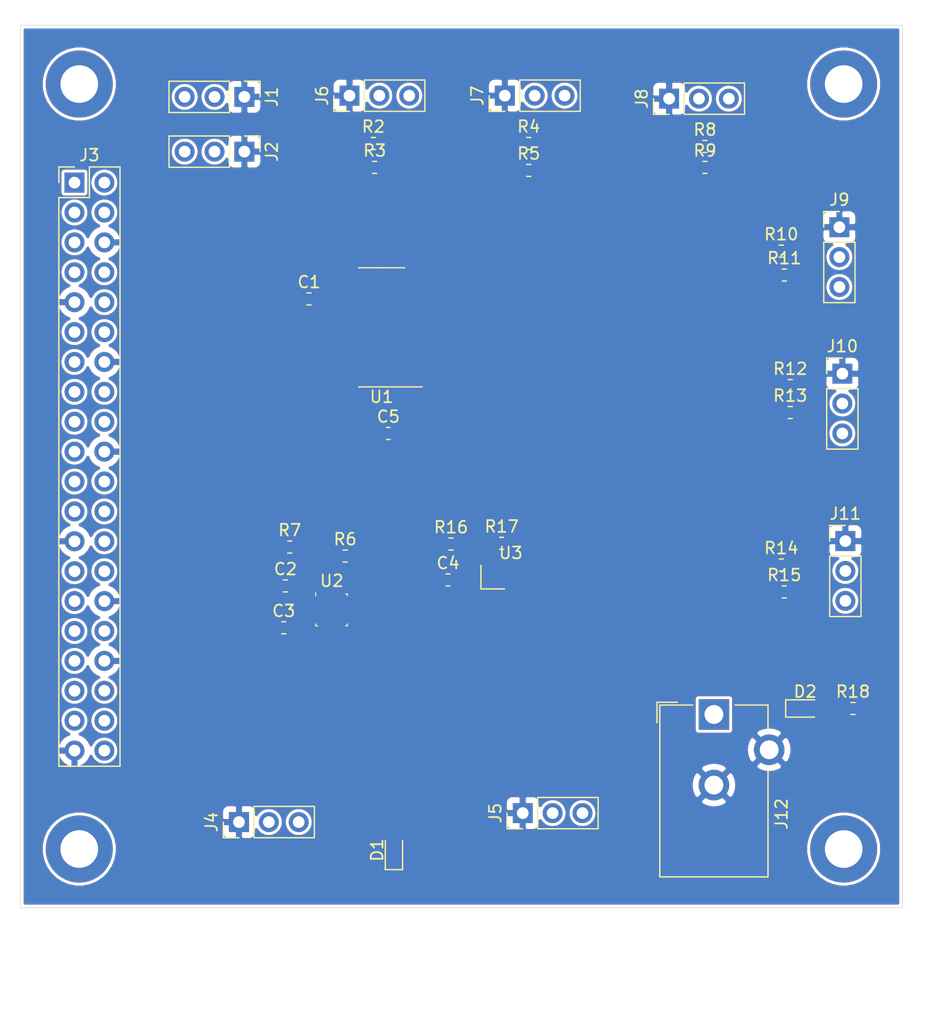
<source format=kicad_pcb>
(kicad_pcb (version 20171130) (host pcbnew 5.1.9-73d0e3b20d~88~ubuntu20.04.1)
  (layers (0 F.Cu signal) (31 B.Cu signal) (34 B.Paste user) (35 F.Paste user) (36 B.SilkS user) (37 F.SilkS user) (38 B.Mask user) (39 F.Mask user) (44 Edge.Cuts user))
  (net 0 "")
  (net 1 GND)
  (net 2 +3V3)
  (net 3 "Net-(D2-Pad2)")
  (net 4 +5V)
  (net 5 A6)
  (net 6 A7)
  (net 7 +5VA)
  (net 8 GPIO_2-SDA)
  (net 9 GPIO_3-SCL)
  (net 10 GPIO_10-MOSI)
  (net 11 GPIO_9-MISO)
  (net 12 GPIO_8-CE0)
  (net 13 D12)
  (net 14 D13)
  (net 15 GPIO_21)
  (net 16 "Net-(J6-Pad3)")
  (net 17 "Net-(J7-Pad3)")
  (net 18 "Net-(J8-Pad3)")
  (net 19 "Net-(J9-Pad3)")
  (net 20 "Net-(J10-Pad3)")
  (net 21 "Net-(J11-Pad3)")
  (net 22 A0)
  (net 23 A1)
  (net 24 A2)
  (net 25 A3)
  (net 26 A4)
  (net 27 A5)
  (net 28 GPIO_11-SCLK)
  (module Capacitor_SMD:C_0603_1608Metric_Pad1.05x0.95mm_HandSolder (layer F.Cu) (at 74.535 48.26)
    (fp_text reference C1 (at 0 -1.43) (layer F.SilkS))
    (fp_text value "1 uF")
    (fp_line (start -0.171267 0.51) (end 0.171267 0.51) (layer F.SilkS) (width 0.12))
    (fp_line (start -0.171267 -0.51) (end 0.171267 -0.51) (layer F.SilkS) (width 0.12))
    (pad 1 smd roundrect (at -0.875 0) (size 1.05 0.95) (layers F.Cu F.Paste F.Mask) (net 1 GND))
    (pad 2 smd roundrect (at 0.875 0) (size 1.05 0.95) (layers F.Cu F.Paste F.Mask) (net 2 +3V3))
  )
  (module Capacitor_SMD:C_0603_1608Metric_Pad1.05x0.95mm_HandSolder (layer F.Cu) (at 72.531 72.644)
    (fp_text reference C2 (at 0 -1.43) (layer F.SilkS))
    (fp_text value "0.1 uF")
    (fp_line (start -0.171267 -0.51) (end 0.171267 -0.51) (layer F.SilkS) (width 0.12))
    (fp_line (start -0.171267 0.51) (end 0.171267 0.51) (layer F.SilkS) (width 0.12))
    (pad 2 smd roundrect (at 0.875 0) (size 1.05 0.95) (layers F.Cu F.Paste F.Mask) (net 1 GND))
    (pad 1 smd roundrect (at -0.875 0) (size 1.05 0.95) (layers F.Cu F.Paste F.Mask) (net 2 +3V3))
  )
  (module Capacitor_SMD:C_0603_1608Metric_Pad1.05x0.95mm_HandSolder (layer F.Cu) (at 72.39 76.2)
    (fp_text reference C3 (at 0 -1.43) (layer F.SilkS))
    (fp_text value "0.1 uF")
    (fp_line (start -0.171267 0.51) (end 0.171267 0.51) (layer F.SilkS) (width 0.12))
    (fp_line (start -0.171267 -0.51) (end 0.171267 -0.51) (layer F.SilkS) (width 0.12))
    (pad 1 smd roundrect (at -0.875 0) (size 1.05 0.95) (layers F.Cu F.Paste F.Mask) (net 2 +3V3))
    (pad 2 smd roundrect (at 0.875 0) (size 1.05 0.95) (layers F.Cu F.Paste F.Mask) (net 1 GND))
  )
  (module Capacitor_SMD:C_0603_1608Metric_Pad1.05x0.95mm_HandSolder (layer F.Cu) (at 86.36 72.136)
    (fp_text reference C4 (at 0 -1.43) (layer F.SilkS))
    (fp_text value "0.1 uF")
    (fp_line (start -0.171267 -0.51) (end 0.171267 -0.51) (layer F.SilkS) (width 0.12))
    (fp_line (start -0.171267 0.51) (end 0.171267 0.51) (layer F.SilkS) (width 0.12))
    (pad 2 smd roundrect (at 0.875 0) (size 1.05 0.95) (layers F.Cu F.Paste F.Mask) (net 1 GND))
    (pad 1 smd roundrect (at -0.875 0) (size 1.05 0.95) (layers F.Cu F.Paste F.Mask) (net 2 +3V3))
  )
  (module LED_SMD:LED_0603_1608Metric_Pad1.05x0.95mm_HandSolder (layer F.Cu) (at 81.757184 95.088446 90)
    (fp_text reference D1 (at 0 -1.43 90) (layer F.SilkS))
    (fp_text value "Blue 3.3V 20mA")
    (fp_line (start 0.8 -0.735) (end -1.66 -0.735) (layer F.SilkS) (width 0.12))
    (fp_line (start -1.66 -0.735) (end -1.66 0.735) (layer F.SilkS) (width 0.12))
    (fp_line (start -1.66 0.735) (end 0.8 0.735) (layer F.SilkS) (width 0.12))
    (pad 2 smd roundrect (at 0.875 0 90) (size 1.05 0.95) (layers F.Cu F.Paste F.Mask) (net 15 GPIO_21))
    (pad 1 smd roundrect (at -0.875 0 90) (size 1.05 0.95) (layers F.Cu F.Paste F.Mask) (net 1 GND))
  )
  (module LED_SMD:LED_0603_1608Metric_Pad1.05x0.95mm_HandSolder (layer F.Cu) (at 116.727 83.058)
    (fp_text reference D2 (at 0 -1.43) (layer F.SilkS))
    (fp_text value "Green 2.2V 20mA")
    (fp_line (start -1.66 0.735) (end 0.8 0.735) (layer F.SilkS) (width 0.12))
    (fp_line (start -1.66 -0.735) (end -1.66 0.735) (layer F.SilkS) (width 0.12))
    (fp_line (start 0.8 -0.735) (end -1.66 -0.735) (layer F.SilkS) (width 0.12))
    (pad 1 smd roundrect (at -0.875 0) (size 1.05 0.95) (layers F.Cu F.Paste F.Mask) (net 1 GND))
    (pad 2 smd roundrect (at 0.875 0) (size 1.05 0.95) (layers F.Cu F.Paste F.Mask) (net 3 "Net-(D2-Pad2)"))
  )
  (module MountingHole:MountingHole_3.2mm_M3_ISO7380_Pad (layer F.Cu) (at 55 30)
    (fp_text reference H1)
    (fp_text value M3)
    (pad 1 thru_hole circle (at 0 0) (size 5.7 5.7) (drill 3.2) (layers *.Cu *.Mask))
  )
  (module MountingHole:MountingHole_3.2mm_M3_ISO7380_Pad (layer F.Cu) (at 120 30)
    (fp_text reference H2)
    (fp_text value M3)
    (pad 1 thru_hole circle (at 0 0) (size 5.7 5.7) (drill 3.2) (layers *.Cu *.Mask))
  )
  (module MountingHole:MountingHole_3.2mm_M3_ISO7380_Pad (layer F.Cu) (at 55 95)
    (fp_text reference H3)
    (fp_text value M3)
    (pad 1 thru_hole circle (at 0 0) (size 5.7 5.7) (drill 3.2) (layers *.Cu *.Mask))
  )
  (module MountingHole:MountingHole_3.2mm_M3_ISO7380_Pad (layer F.Cu) (at 120 95)
    (fp_text reference H4)
    (fp_text value M3)
    (pad 1 thru_hole circle (at 0 0) (size 5.7 5.7) (drill 3.2) (layers *.Cu *.Mask))
  )
  (module Connector_PinHeader_2.54mm:PinHeader_1x03_P2.54mm_Vertical (layer F.Cu) (at 69.040999 31.093 270)
    (fp_text reference J1 (at 0 -2.33 90) (layer F.SilkS))
    (fp_text value "AUX Analog A")
    (fp_line (start -1.33 -1.33) (end 0 -1.33) (layer F.SilkS) (width 0.12))
    (fp_line (start -1.33 0) (end -1.33 -1.33) (layer F.SilkS) (width 0.12))
    (fp_line (start -1.33 1.27) (end 1.33 1.27) (layer F.SilkS) (width 0.12))
    (fp_line (start 1.33 1.27) (end 1.33 6.41) (layer F.SilkS) (width 0.12))
    (fp_line (start -1.33 1.27) (end -1.33 6.41) (layer F.SilkS) (width 0.12))
    (fp_line (start -1.33 6.41) (end 1.33 6.41) (layer F.SilkS) (width 0.12))
    (pad 1 thru_hole rect (at 0 0 270) (size 1.7 1.7) (drill 1) (layers *.Cu *.Mask) (net 1 GND))
    (pad 2 thru_hole oval (at 0 2.54 270) (size 1.7 1.7) (drill 1) (layers *.Cu *.Mask) (net 4 +5V))
    (pad 3 thru_hole oval (at 0 5.08 270) (size 1.7 1.7) (drill 1) (layers *.Cu *.Mask) (net 5 A6))
  )
  (module Connector_PinHeader_2.54mm:PinHeader_1x03_P2.54mm_Vertical (layer F.Cu) (at 69.040999 35.743001 270)
    (fp_text reference J2 (at 0 -2.33 90) (layer F.SilkS))
    (fp_text value "AUX Analog B")
    (fp_line (start -1.33 6.41) (end 1.33 6.41) (layer F.SilkS) (width 0.12))
    (fp_line (start -1.33 1.27) (end -1.33 6.41) (layer F.SilkS) (width 0.12))
    (fp_line (start 1.33 1.27) (end 1.33 6.41) (layer F.SilkS) (width 0.12))
    (fp_line (start -1.33 1.27) (end 1.33 1.27) (layer F.SilkS) (width 0.12))
    (fp_line (start -1.33 0) (end -1.33 -1.33) (layer F.SilkS) (width 0.12))
    (fp_line (start -1.33 -1.33) (end 0 -1.33) (layer F.SilkS) (width 0.12))
    (pad 3 thru_hole oval (at 0 5.08 270) (size 1.7 1.7) (drill 1) (layers *.Cu *.Mask) (net 6 A7))
    (pad 2 thru_hole oval (at 0 2.54 270) (size 1.7 1.7) (drill 1) (layers *.Cu *.Mask) (net 4 +5V))
    (pad 1 thru_hole rect (at 0 0 270) (size 1.7 1.7) (drill 1) (layers *.Cu *.Mask) (net 1 GND))
  )
  (module Connector_PinHeader_2.54mm:PinHeader_2x20_P2.54mm_Vertical (layer F.Cu) (at 54.594 38.375)
    (fp_text reference J3 (at 1.27 -2.33) (layer F.SilkS))
    (fp_text value "RPi 3B+")
    (fp_line (start -1.33 -1.33) (end 0 -1.33) (layer F.SilkS) (width 0.12))
    (fp_line (start -1.33 0) (end -1.33 -1.33) (layer F.SilkS) (width 0.12))
    (fp_line (start 1.27 -1.33) (end 3.87 -1.33) (layer F.SilkS) (width 0.12))
    (fp_line (start 1.27 1.27) (end 1.27 -1.33) (layer F.SilkS) (width 0.12))
    (fp_line (start -1.33 1.27) (end 1.27 1.27) (layer F.SilkS) (width 0.12))
    (fp_line (start 3.87 -1.33) (end 3.87 49.59) (layer F.SilkS) (width 0.12))
    (fp_line (start -1.33 1.27) (end -1.33 49.59) (layer F.SilkS) (width 0.12))
    (fp_line (start -1.33 49.59) (end 3.87 49.59) (layer F.SilkS) (width 0.12))
    (pad 1 thru_hole rect (at 0 0) (size 1.7 1.7) (drill 1) (layers *.Cu *.Mask) (net 2 +3V3))
    (pad 2 thru_hole oval (at 2.54 0) (size 1.7 1.7) (drill 1) (layers *.Cu *.Mask) (net 7 +5VA))
    (pad 3 thru_hole oval (at 0 2.54) (size 1.7 1.7) (drill 1) (layers *.Cu *.Mask) (net 8 GPIO_2-SDA))
    (pad 4 thru_hole oval (at 2.54 2.54) (size 1.7 1.7) (drill 1) (layers *.Cu *.Mask) (net 7 +5VA))
    (pad 5 thru_hole oval (at 0 5.08) (size 1.7 1.7) (drill 1) (layers *.Cu *.Mask) (net 9 GPIO_3-SCL))
    (pad 6 thru_hole oval (at 2.54 5.08) (size 1.7 1.7) (drill 1) (layers *.Cu *.Mask) (net 1 GND))
    (pad 7 thru_hole oval (at 0 7.62) (size 1.7 1.7) (drill 1) (layers *.Cu *.Mask))
    (pad 8 thru_hole oval (at 2.54 7.62) (size 1.7 1.7) (drill 1) (layers *.Cu *.Mask))
    (pad 9 thru_hole oval (at 0 10.16) (size 1.7 1.7) (drill 1) (layers *.Cu *.Mask) (net 1 GND))
    (pad 10 thru_hole oval (at 2.54 10.16) (size 1.7 1.7) (drill 1) (layers *.Cu *.Mask))
    (pad 11 thru_hole oval (at 0 12.7) (size 1.7 1.7) (drill 1) (layers *.Cu *.Mask))
    (pad 12 thru_hole oval (at 2.54 12.7) (size 1.7 1.7) (drill 1) (layers *.Cu *.Mask))
    (pad 13 thru_hole oval (at 0 15.24) (size 1.7 1.7) (drill 1) (layers *.Cu *.Mask))
    (pad 14 thru_hole oval (at 2.54 15.24) (size 1.7 1.7) (drill 1) (layers *.Cu *.Mask) (net 1 GND))
    (pad 15 thru_hole oval (at 0 17.78) (size 1.7 1.7) (drill 1) (layers *.Cu *.Mask))
    (pad 16 thru_hole oval (at 2.54 17.78) (size 1.7 1.7) (drill 1) (layers *.Cu *.Mask))
    (pad 17 thru_hole oval (at 0 20.32) (size 1.7 1.7) (drill 1) (layers *.Cu *.Mask) (net 2 +3V3))
    (pad 18 thru_hole oval (at 2.54 20.32) (size 1.7 1.7) (drill 1) (layers *.Cu *.Mask))
    (pad 19 thru_hole oval (at 0 22.86) (size 1.7 1.7) (drill 1) (layers *.Cu *.Mask) (net 10 GPIO_10-MOSI))
    (pad 20 thru_hole oval (at 2.54 22.86) (size 1.7 1.7) (drill 1) (layers *.Cu *.Mask) (net 1 GND))
    (pad 21 thru_hole oval (at 0 25.4) (size 1.7 1.7) (drill 1) (layers *.Cu *.Mask) (net 11 GPIO_9-MISO))
    (pad 22 thru_hole oval (at 2.54 25.4) (size 1.7 1.7) (drill 1) (layers *.Cu *.Mask))
    (pad 23 thru_hole oval (at 0 27.94) (size 1.7 1.7) (drill 1) (layers *.Cu *.Mask) (net 28 GPIO_11-SCLK))
    (pad 24 thru_hole oval (at 2.54 27.94) (size 1.7 1.7) (drill 1) (layers *.Cu *.Mask) (net 12 GPIO_8-CE0))
    (pad 25 thru_hole oval (at 0 30.48) (size 1.7 1.7) (drill 1) (layers *.Cu *.Mask) (net 1 GND))
    (pad 26 thru_hole oval (at 2.54 30.48) (size 1.7 1.7) (drill 1) (layers *.Cu *.Mask))
    (pad 27 thru_hole oval (at 0 33.02) (size 1.7 1.7) (drill 1) (layers *.Cu *.Mask))
    (pad 28 thru_hole oval (at 2.54 33.02) (size 1.7 1.7) (drill 1) (layers *.Cu *.Mask))
    (pad 29 thru_hole oval (at 0 35.56) (size 1.7 1.7) (drill 1) (layers *.Cu *.Mask))
    (pad 30 thru_hole oval (at 2.54 35.56) (size 1.7 1.7) (drill 1) (layers *.Cu *.Mask) (net 1 GND))
    (pad 31 thru_hole oval (at 0 38.1) (size 1.7 1.7) (drill 1) (layers *.Cu *.Mask))
    (pad 32 thru_hole oval (at 2.54 38.1) (size 1.7 1.7) (drill 1) (layers *.Cu *.Mask) (net 13 D12))
    (pad 33 thru_hole oval (at 0 40.64) (size 1.7 1.7) (drill 1) (layers *.Cu *.Mask) (net 14 D13))
    (pad 34 thru_hole oval (at 2.54 40.64) (size 1.7 1.7) (drill 1) (layers *.Cu *.Mask) (net 1 GND))
    (pad 35 thru_hole oval (at 0 43.18) (size 1.7 1.7) (drill 1) (layers *.Cu *.Mask))
    (pad 36 thru_hole oval (at 2.54 43.18) (size 1.7 1.7) (drill 1) (layers *.Cu *.Mask))
    (pad 37 thru_hole oval (at 0 45.72) (size 1.7 1.7) (drill 1) (layers *.Cu *.Mask))
    (pad 38 thru_hole oval (at 2.54 45.72) (size 1.7 1.7) (drill 1) (layers *.Cu *.Mask))
    (pad 39 thru_hole oval (at 0 48.26) (size 1.7 1.7) (drill 1) (layers *.Cu *.Mask) (net 1 GND))
    (pad 40 thru_hole oval (at 2.54 48.26) (size 1.7 1.7) (drill 1) (layers *.Cu *.Mask) (net 15 GPIO_21))
  )
  (module Connector_PinHeader_2.54mm:PinHeader_1x03_P2.54mm_Vertical (layer F.Cu) (at 68.58 92.71 90)
    (fp_text reference J4 (at 0 -2.33 90) (layer F.SilkS))
    (fp_text value "AUX Digital A")
    (fp_line (start -1.33 -1.33) (end 0 -1.33) (layer F.SilkS) (width 0.12))
    (fp_line (start -1.33 0) (end -1.33 -1.33) (layer F.SilkS) (width 0.12))
    (fp_line (start -1.33 1.27) (end 1.33 1.27) (layer F.SilkS) (width 0.12))
    (fp_line (start 1.33 1.27) (end 1.33 6.41) (layer F.SilkS) (width 0.12))
    (fp_line (start -1.33 1.27) (end -1.33 6.41) (layer F.SilkS) (width 0.12))
    (fp_line (start -1.33 6.41) (end 1.33 6.41) (layer F.SilkS) (width 0.12))
    (pad 1 thru_hole rect (at 0 0 90) (size 1.7 1.7) (drill 1) (layers *.Cu *.Mask) (net 1 GND))
    (pad 2 thru_hole oval (at 0 2.54 90) (size 1.7 1.7) (drill 1) (layers *.Cu *.Mask) (net 4 +5V))
    (pad 3 thru_hole oval (at 0 5.08 90) (size 1.7 1.7) (drill 1) (layers *.Cu *.Mask) (net 13 D12))
  )
  (module Connector_PinHeader_2.54mm:PinHeader_1x03_P2.54mm_Vertical (layer F.Cu) (at 92.71 91.948 90)
    (fp_text reference J5 (at 0 -2.33 90) (layer F.SilkS))
    (fp_text value "AUX Digital B")
    (fp_line (start -1.33 6.41) (end 1.33 6.41) (layer F.SilkS) (width 0.12))
    (fp_line (start -1.33 1.27) (end -1.33 6.41) (layer F.SilkS) (width 0.12))
    (fp_line (start 1.33 1.27) (end 1.33 6.41) (layer F.SilkS) (width 0.12))
    (fp_line (start -1.33 1.27) (end 1.33 1.27) (layer F.SilkS) (width 0.12))
    (fp_line (start -1.33 0) (end -1.33 -1.33) (layer F.SilkS) (width 0.12))
    (fp_line (start -1.33 -1.33) (end 0 -1.33) (layer F.SilkS) (width 0.12))
    (pad 3 thru_hole oval (at 0 5.08 90) (size 1.7 1.7) (drill 1) (layers *.Cu *.Mask) (net 14 D13))
    (pad 2 thru_hole oval (at 0 2.54 90) (size 1.7 1.7) (drill 1) (layers *.Cu *.Mask) (net 4 +5V))
    (pad 1 thru_hole rect (at 0 0 90) (size 1.7 1.7) (drill 1) (layers *.Cu *.Mask) (net 1 GND))
  )
  (module Connector_PinHeader_2.54mm:PinHeader_1x03_P2.54mm_Vertical (layer F.Cu) (at 77.978 30.988 90)
    (fp_text reference J6 (at 0 -2.33 90) (layer F.SilkS))
    (fp_text value "Moisture 0")
    (fp_line (start -1.33 6.41) (end 1.33 6.41) (layer F.SilkS) (width 0.12))
    (fp_line (start -1.33 1.27) (end -1.33 6.41) (layer F.SilkS) (width 0.12))
    (fp_line (start 1.33 1.27) (end 1.33 6.41) (layer F.SilkS) (width 0.12))
    (fp_line (start -1.33 1.27) (end 1.33 1.27) (layer F.SilkS) (width 0.12))
    (fp_line (start -1.33 0) (end -1.33 -1.33) (layer F.SilkS) (width 0.12))
    (fp_line (start -1.33 -1.33) (end 0 -1.33) (layer F.SilkS) (width 0.12))
    (pad 3 thru_hole oval (at 0 5.08 90) (size 1.7 1.7) (drill 1) (layers *.Cu *.Mask) (net 16 "Net-(J6-Pad3)"))
    (pad 2 thru_hole oval (at 0 2.54 90) (size 1.7 1.7) (drill 1) (layers *.Cu *.Mask) (net 4 +5V))
    (pad 1 thru_hole rect (at 0 0 90) (size 1.7 1.7) (drill 1) (layers *.Cu *.Mask) (net 1 GND))
  )
  (module Connector_PinHeader_2.54mm:PinHeader_1x03_P2.54mm_Vertical (layer F.Cu) (at 91.186 30.988 90)
    (fp_text reference J7 (at 0 -2.33 90) (layer F.SilkS))
    (fp_text value "Moisture 1")
    (fp_line (start -1.33 -1.33) (end 0 -1.33) (layer F.SilkS) (width 0.12))
    (fp_line (start -1.33 0) (end -1.33 -1.33) (layer F.SilkS) (width 0.12))
    (fp_line (start -1.33 1.27) (end 1.33 1.27) (layer F.SilkS) (width 0.12))
    (fp_line (start 1.33 1.27) (end 1.33 6.41) (layer F.SilkS) (width 0.12))
    (fp_line (start -1.33 1.27) (end -1.33 6.41) (layer F.SilkS) (width 0.12))
    (fp_line (start -1.33 6.41) (end 1.33 6.41) (layer F.SilkS) (width 0.12))
    (pad 1 thru_hole rect (at 0 0 90) (size 1.7 1.7) (drill 1) (layers *.Cu *.Mask) (net 1 GND))
    (pad 2 thru_hole oval (at 0 2.54 90) (size 1.7 1.7) (drill 1) (layers *.Cu *.Mask) (net 4 +5V))
    (pad 3 thru_hole oval (at 0 5.08 90) (size 1.7 1.7) (drill 1) (layers *.Cu *.Mask) (net 17 "Net-(J7-Pad3)"))
  )
  (module Connector_PinHeader_2.54mm:PinHeader_1x03_P2.54mm_Vertical (layer F.Cu) (at 105.156 31.242 90)
    (fp_text reference J8 (at 0 -2.33 90) (layer F.SilkS))
    (fp_text value "Moisture 2")
    (fp_line (start -1.33 6.41) (end 1.33 6.41) (layer F.SilkS) (width 0.12))
    (fp_line (start -1.33 1.27) (end -1.33 6.41) (layer F.SilkS) (width 0.12))
    (fp_line (start 1.33 1.27) (end 1.33 6.41) (layer F.SilkS) (width 0.12))
    (fp_line (start -1.33 1.27) (end 1.33 1.27) (layer F.SilkS) (width 0.12))
    (fp_line (start -1.33 0) (end -1.33 -1.33) (layer F.SilkS) (width 0.12))
    (fp_line (start -1.33 -1.33) (end 0 -1.33) (layer F.SilkS) (width 0.12))
    (pad 3 thru_hole oval (at 0 5.08 90) (size 1.7 1.7) (drill 1) (layers *.Cu *.Mask) (net 18 "Net-(J8-Pad3)"))
    (pad 2 thru_hole oval (at 0 2.54 90) (size 1.7 1.7) (drill 1) (layers *.Cu *.Mask) (net 4 +5V))
    (pad 1 thru_hole rect (at 0 0 90) (size 1.7 1.7) (drill 1) (layers *.Cu *.Mask) (net 1 GND))
  )
  (module Connector_PinHeader_2.54mm:PinHeader_1x03_P2.54mm_Vertical (layer F.Cu) (at 119.634 42.164)
    (fp_text reference J9 (at 0 -2.33) (layer F.SilkS))
    (fp_text value "Moisture 3")
    (fp_line (start -1.33 6.41) (end 1.33 6.41) (layer F.SilkS) (width 0.12))
    (fp_line (start -1.33 1.27) (end -1.33 6.41) (layer F.SilkS) (width 0.12))
    (fp_line (start 1.33 1.27) (end 1.33 6.41) (layer F.SilkS) (width 0.12))
    (fp_line (start -1.33 1.27) (end 1.33 1.27) (layer F.SilkS) (width 0.12))
    (fp_line (start -1.33 0) (end -1.33 -1.33) (layer F.SilkS) (width 0.12))
    (fp_line (start -1.33 -1.33) (end 0 -1.33) (layer F.SilkS) (width 0.12))
    (pad 3 thru_hole oval (at 0 5.08) (size 1.7 1.7) (drill 1) (layers *.Cu *.Mask) (net 19 "Net-(J9-Pad3)"))
    (pad 2 thru_hole oval (at 0 2.54) (size 1.7 1.7) (drill 1) (layers *.Cu *.Mask) (net 4 +5V))
    (pad 1 thru_hole rect (at 0 0) (size 1.7 1.7) (drill 1) (layers *.Cu *.Mask) (net 1 GND))
  )
  (module Connector_PinHeader_2.54mm:PinHeader_1x03_P2.54mm_Vertical (layer F.Cu) (at 119.888 54.61)
    (fp_text reference J10 (at 0 -2.33) (layer F.SilkS))
    (fp_text value "Moisture 4")
    (fp_line (start -1.33 -1.33) (end 0 -1.33) (layer F.SilkS) (width 0.12))
    (fp_line (start -1.33 0) (end -1.33 -1.33) (layer F.SilkS) (width 0.12))
    (fp_line (start -1.33 1.27) (end 1.33 1.27) (layer F.SilkS) (width 0.12))
    (fp_line (start 1.33 1.27) (end 1.33 6.41) (layer F.SilkS) (width 0.12))
    (fp_line (start -1.33 1.27) (end -1.33 6.41) (layer F.SilkS) (width 0.12))
    (fp_line (start -1.33 6.41) (end 1.33 6.41) (layer F.SilkS) (width 0.12))
    (pad 1 thru_hole rect (at 0 0) (size 1.7 1.7) (drill 1) (layers *.Cu *.Mask) (net 1 GND))
    (pad 2 thru_hole oval (at 0 2.54) (size 1.7 1.7) (drill 1) (layers *.Cu *.Mask) (net 4 +5V))
    (pad 3 thru_hole oval (at 0 5.08) (size 1.7 1.7) (drill 1) (layers *.Cu *.Mask) (net 20 "Net-(J10-Pad3)"))
  )
  (module Connector_PinHeader_2.54mm:PinHeader_1x03_P2.54mm_Vertical (layer F.Cu) (at 120.142 68.834)
    (fp_text reference J11 (at 0 -2.33) (layer F.SilkS))
    (fp_text value "Moisture 5")
    (fp_line (start -1.33 -1.33) (end 0 -1.33) (layer F.SilkS) (width 0.12))
    (fp_line (start -1.33 0) (end -1.33 -1.33) (layer F.SilkS) (width 0.12))
    (fp_line (start -1.33 1.27) (end 1.33 1.27) (layer F.SilkS) (width 0.12))
    (fp_line (start 1.33 1.27) (end 1.33 6.41) (layer F.SilkS) (width 0.12))
    (fp_line (start -1.33 1.27) (end -1.33 6.41) (layer F.SilkS) (width 0.12))
    (fp_line (start -1.33 6.41) (end 1.33 6.41) (layer F.SilkS) (width 0.12))
    (pad 1 thru_hole rect (at 0 0) (size 1.7 1.7) (drill 1) (layers *.Cu *.Mask) (net 1 GND))
    (pad 2 thru_hole oval (at 0 2.54) (size 1.7 1.7) (drill 1) (layers *.Cu *.Mask) (net 4 +5V))
    (pad 3 thru_hole oval (at 0 5.08) (size 1.7 1.7) (drill 1) (layers *.Cu *.Mask) (net 21 "Net-(J11-Pad3)"))
  )
  (module Resistor_SMD:R_0603_1608Metric_Pad1.05x0.95mm_HandSolder (layer F.Cu) (at 80.01 35.052)
    (fp_text reference R2 (at 0 -1.43) (layer F.SilkS))
    (fp_text value "1.7 kohm")
    (fp_line (start -0.171267 -0.51) (end 0.171267 -0.51) (layer F.SilkS) (width 0.12))
    (fp_line (start -0.171267 0.51) (end 0.171267 0.51) (layer F.SilkS) (width 0.12))
    (pad 2 smd roundrect (at 0.875 0) (size 1.05 0.95) (layers F.Cu F.Paste F.Mask) (net 22 A0))
    (pad 1 smd roundrect (at -0.875 0) (size 1.05 0.95) (layers F.Cu F.Paste F.Mask) (net 16 "Net-(J6-Pad3)"))
  )
  (module Resistor_SMD:R_0603_1608Metric_Pad1.05x0.95mm_HandSolder (layer F.Cu) (at 80.123 37.084)
    (fp_text reference R3 (at 0 -1.43) (layer F.SilkS))
    (fp_text value "3.3 kohm")
    (fp_line (start -0.171267 -0.51) (end 0.171267 -0.51) (layer F.SilkS) (width 0.12))
    (fp_line (start -0.171267 0.51) (end 0.171267 0.51) (layer F.SilkS) (width 0.12))
    (pad 2 smd roundrect (at 0.875 0) (size 1.05 0.95) (layers F.Cu F.Paste F.Mask) (net 1 GND))
    (pad 1 smd roundrect (at -0.875 0) (size 1.05 0.95) (layers F.Cu F.Paste F.Mask) (net 22 A0))
  )
  (module Resistor_SMD:R_0603_1608Metric_Pad1.05x0.95mm_HandSolder (layer F.Cu) (at 93.218 35.052)
    (fp_text reference R4 (at 0 -1.43) (layer F.SilkS))
    (fp_text value "1.7 kohm")
    (fp_line (start -0.171267 0.51) (end 0.171267 0.51) (layer F.SilkS) (width 0.12))
    (fp_line (start -0.171267 -0.51) (end 0.171267 -0.51) (layer F.SilkS) (width 0.12))
    (pad 1 smd roundrect (at -0.875 0) (size 1.05 0.95) (layers F.Cu F.Paste F.Mask) (net 17 "Net-(J7-Pad3)"))
    (pad 2 smd roundrect (at 0.875 0) (size 1.05 0.95) (layers F.Cu F.Paste F.Mask) (net 23 A1))
  )
  (module Resistor_SMD:R_0603_1608Metric_Pad1.05x0.95mm_HandSolder (layer F.Cu) (at 93.218 37.338)
    (fp_text reference R5 (at 0 -1.43) (layer F.SilkS))
    (fp_text value "3.3 kohm")
    (fp_line (start -0.171267 -0.51) (end 0.171267 -0.51) (layer F.SilkS) (width 0.12))
    (fp_line (start -0.171267 0.51) (end 0.171267 0.51) (layer F.SilkS) (width 0.12))
    (pad 2 smd roundrect (at 0.875 0) (size 1.05 0.95) (layers F.Cu F.Paste F.Mask) (net 1 GND))
    (pad 1 smd roundrect (at -0.875 0) (size 1.05 0.95) (layers F.Cu F.Paste F.Mask) (net 23 A1))
  )
  (module Resistor_SMD:R_0603_1608Metric_Pad1.05x0.95mm_HandSolder (layer F.Cu) (at 77.611 70.104)
    (fp_text reference R6 (at 0 -1.43) (layer F.SilkS))
    (fp_text value "4.7 kohm")
    (fp_line (start -0.171267 -0.51) (end 0.171267 -0.51) (layer F.SilkS) (width 0.12))
    (fp_line (start -0.171267 0.51) (end 0.171267 0.51) (layer F.SilkS) (width 0.12))
    (pad 2 smd roundrect (at 0.875 0) (size 1.05 0.95) (layers F.Cu F.Paste F.Mask) (net 2 +3V3))
    (pad 1 smd roundrect (at -0.875 0) (size 1.05 0.95) (layers F.Cu F.Paste F.Mask) (net 8 GPIO_2-SDA))
  )
  (module Resistor_SMD:R_0603_1608Metric_Pad1.05x0.95mm_HandSolder (layer F.Cu) (at 72.898 69.342)
    (fp_text reference R7 (at 0 -1.43) (layer F.SilkS))
    (fp_text value "4.7 kohm")
    (fp_line (start -0.171267 0.51) (end 0.171267 0.51) (layer F.SilkS) (width 0.12))
    (fp_line (start -0.171267 -0.51) (end 0.171267 -0.51) (layer F.SilkS) (width 0.12))
    (pad 1 smd roundrect (at -0.875 0) (size 1.05 0.95) (layers F.Cu F.Paste F.Mask) (net 9 GPIO_3-SCL))
    (pad 2 smd roundrect (at 0.875 0) (size 1.05 0.95) (layers F.Cu F.Paste F.Mask) (net 2 +3V3))
  )
  (module Resistor_SMD:R_0603_1608Metric_Pad1.05x0.95mm_HandSolder (layer F.Cu) (at 108.204 35.306)
    (fp_text reference R8 (at 0 -1.43) (layer F.SilkS))
    (fp_text value "1.7 kohm")
    (fp_line (start -0.171267 0.51) (end 0.171267 0.51) (layer F.SilkS) (width 0.12))
    (fp_line (start -0.171267 -0.51) (end 0.171267 -0.51) (layer F.SilkS) (width 0.12))
    (pad 1 smd roundrect (at -0.875 0) (size 1.05 0.95) (layers F.Cu F.Paste F.Mask) (net 18 "Net-(J8-Pad3)"))
    (pad 2 smd roundrect (at 0.875 0) (size 1.05 0.95) (layers F.Cu F.Paste F.Mask) (net 24 A2))
  )
  (module Resistor_SMD:R_0603_1608Metric_Pad1.05x0.95mm_HandSolder (layer F.Cu) (at 108.204 37.084)
    (fp_text reference R9 (at 0 -1.43) (layer F.SilkS))
    (fp_text value "3.3 kohm")
    (fp_line (start -0.171267 -0.51) (end 0.171267 -0.51) (layer F.SilkS) (width 0.12))
    (fp_line (start -0.171267 0.51) (end 0.171267 0.51) (layer F.SilkS) (width 0.12))
    (pad 2 smd roundrect (at 0.875 0) (size 1.05 0.95) (layers F.Cu F.Paste F.Mask) (net 1 GND))
    (pad 1 smd roundrect (at -0.875 0) (size 1.05 0.95) (layers F.Cu F.Paste F.Mask) (net 24 A2))
  )
  (module Resistor_SMD:R_0603_1608Metric_Pad1.05x0.95mm_HandSolder (layer F.Cu) (at 114.695 44.196)
    (fp_text reference R10 (at 0 -1.43) (layer F.SilkS))
    (fp_text value "1.7 kohm")
    (fp_line (start -0.171267 0.51) (end 0.171267 0.51) (layer F.SilkS) (width 0.12))
    (fp_line (start -0.171267 -0.51) (end 0.171267 -0.51) (layer F.SilkS) (width 0.12))
    (pad 1 smd roundrect (at -0.875 0) (size 1.05 0.95) (layers F.Cu F.Paste F.Mask) (net 19 "Net-(J9-Pad3)"))
    (pad 2 smd roundrect (at 0.875 0) (size 1.05 0.95) (layers F.Cu F.Paste F.Mask) (net 25 A3))
  )
  (module Resistor_SMD:R_0603_1608Metric_Pad1.05x0.95mm_HandSolder (layer F.Cu) (at 114.949 46.228)
    (fp_text reference R11 (at 0 -1.43) (layer F.SilkS))
    (fp_text value "3.3 kohm")
    (fp_line (start -0.171267 0.51) (end 0.171267 0.51) (layer F.SilkS) (width 0.12))
    (fp_line (start -0.171267 -0.51) (end 0.171267 -0.51) (layer F.SilkS) (width 0.12))
    (pad 1 smd roundrect (at -0.875 0) (size 1.05 0.95) (layers F.Cu F.Paste F.Mask) (net 25 A3))
    (pad 2 smd roundrect (at 0.875 0) (size 1.05 0.95) (layers F.Cu F.Paste F.Mask) (net 1 GND))
  )
  (module Resistor_SMD:R_0603_1608Metric_Pad1.05x0.95mm_HandSolder (layer F.Cu) (at 115.457 55.626)
    (fp_text reference R12 (at 0 -1.43) (layer F.SilkS))
    (fp_text value "1.7 kohm")
    (fp_line (start -0.171267 -0.51) (end 0.171267 -0.51) (layer F.SilkS) (width 0.12))
    (fp_line (start -0.171267 0.51) (end 0.171267 0.51) (layer F.SilkS) (width 0.12))
    (pad 2 smd roundrect (at 0.875 0) (size 1.05 0.95) (layers F.Cu F.Paste F.Mask) (net 26 A4))
    (pad 1 smd roundrect (at -0.875 0) (size 1.05 0.95) (layers F.Cu F.Paste F.Mask) (net 20 "Net-(J10-Pad3)"))
  )
  (module Resistor_SMD:R_0603_1608Metric_Pad1.05x0.95mm_HandSolder (layer F.Cu) (at 115.457 57.912)
    (fp_text reference R13 (at 0 -1.43) (layer F.SilkS))
    (fp_text value "3.3 kohm")
    (fp_line (start -0.171267 -0.51) (end 0.171267 -0.51) (layer F.SilkS) (width 0.12))
    (fp_line (start -0.171267 0.51) (end 0.171267 0.51) (layer F.SilkS) (width 0.12))
    (pad 2 smd roundrect (at 0.875 0) (size 1.05 0.95) (layers F.Cu F.Paste F.Mask) (net 1 GND))
    (pad 1 smd roundrect (at -0.875 0) (size 1.05 0.95) (layers F.Cu F.Paste F.Mask) (net 26 A4))
  )
  (module Resistor_SMD:R_0603_1608Metric_Pad1.05x0.95mm_HandSolder (layer F.Cu) (at 114.695 70.866)
    (fp_text reference R14 (at 0 -1.43) (layer F.SilkS))
    (fp_text value "1.7 kohm")
    (fp_line (start -0.171267 -0.51) (end 0.171267 -0.51) (layer F.SilkS) (width 0.12))
    (fp_line (start -0.171267 0.51) (end 0.171267 0.51) (layer F.SilkS) (width 0.12))
    (pad 2 smd roundrect (at 0.875 0) (size 1.05 0.95) (layers F.Cu F.Paste F.Mask) (net 27 A5))
    (pad 1 smd roundrect (at -0.875 0) (size 1.05 0.95) (layers F.Cu F.Paste F.Mask) (net 21 "Net-(J11-Pad3)"))
  )
  (module Resistor_SMD:R_0603_1608Metric_Pad1.05x0.95mm_HandSolder (layer F.Cu) (at 114.949 73.152)
    (fp_text reference R15 (at 0 -1.43) (layer F.SilkS))
    (fp_text value "3.3 kohm")
    (fp_line (start -0.171267 0.51) (end 0.171267 0.51) (layer F.SilkS) (width 0.12))
    (fp_line (start -0.171267 -0.51) (end 0.171267 -0.51) (layer F.SilkS) (width 0.12))
    (pad 1 smd roundrect (at -0.875 0) (size 1.05 0.95) (layers F.Cu F.Paste F.Mask) (net 27 A5))
    (pad 2 smd roundrect (at 0.875 0) (size 1.05 0.95) (layers F.Cu F.Paste F.Mask) (net 1 GND))
  )
  (module Resistor_SMD:R_0603_1608Metric_Pad1.05x0.95mm_HandSolder (layer F.Cu) (at 86.614 69.088)
    (fp_text reference R16 (at 0 -1.43) (layer F.SilkS))
    (fp_text value "4.7 kohm")
    (fp_line (start -0.171267 0.51) (end 0.171267 0.51) (layer F.SilkS) (width 0.12))
    (fp_line (start -0.171267 -0.51) (end 0.171267 -0.51) (layer F.SilkS) (width 0.12))
    (pad 1 smd roundrect (at -0.875 0) (size 1.05 0.95) (layers F.Cu F.Paste F.Mask) (net 8 GPIO_2-SDA))
    (pad 2 smd roundrect (at 0.875 0) (size 1.05 0.95) (layers F.Cu F.Paste F.Mask) (net 2 +3V3))
  )
  (module Resistor_SMD:R_0603_1608Metric_Pad1.05x0.95mm_HandSolder (layer F.Cu) (at 90.917001 69.027001)
    (fp_text reference R17 (at 0 -1.43) (layer F.SilkS))
    (fp_text value "4.7 kohm")
    (fp_line (start -0.171267 0.51) (end 0.171267 0.51) (layer F.SilkS) (width 0.12))
    (fp_line (start -0.171267 -0.51) (end 0.171267 -0.51) (layer F.SilkS) (width 0.12))
    (pad 1 smd roundrect (at -0.875 0) (size 1.05 0.95) (layers F.Cu F.Paste F.Mask) (net 9 GPIO_3-SCL))
    (pad 2 smd roundrect (at 0.875 0) (size 1.05 0.95) (layers F.Cu F.Paste F.Mask) (net 2 +3V3))
  )
  (module Resistor_SMD:R_0603_1608Metric_Pad1.05x0.95mm_HandSolder (layer F.Cu) (at 120.791 83.058)
    (fp_text reference R18 (at 0 -1.43) (layer F.SilkS))
    (fp_text value "150 ohm")
    (fp_line (start -0.171267 -0.51) (end 0.171267 -0.51) (layer F.SilkS) (width 0.12))
    (fp_line (start -0.171267 0.51) (end 0.171267 0.51) (layer F.SilkS) (width 0.12))
    (pad 2 smd roundrect (at 0.875 0) (size 1.05 0.95) (layers F.Cu F.Paste F.Mask) (net 3 "Net-(D2-Pad2)"))
    (pad 1 smd roundrect (at -0.875 0) (size 1.05 0.95) (layers F.Cu F.Paste F.Mask) (net 4 +5V))
  )
  (module Package_SO:SOIC-16_3.9x9.9mm_P1.27mm (layer F.Cu) (at 80.707 50.673 180)
    (fp_text reference U1 (at 0 -5.9) (layer F.SilkS))
    (fp_text value MCP3008)
    (fp_line (start 0 -5.06) (end -3.45 -5.06) (layer F.SilkS) (width 0.12))
    (fp_line (start 0 -5.06) (end 1.95 -5.06) (layer F.SilkS) (width 0.12))
    (fp_line (start 0 5.06) (end -1.95 5.06) (layer F.SilkS) (width 0.12))
    (fp_line (start 0 5.06) (end 1.95 5.06) (layer F.SilkS) (width 0.12))
    (pad 1 smd roundrect (at -2.475 -4.445 180) (size 1.95 0.6) (layers F.Cu F.Paste F.Mask) (net 22 A0))
    (pad 2 smd roundrect (at -2.475 -3.175 180) (size 1.95 0.6) (layers F.Cu F.Paste F.Mask) (net 23 A1))
    (pad 3 smd roundrect (at -2.475 -1.905 180) (size 1.95 0.6) (layers F.Cu F.Paste F.Mask) (net 24 A2))
    (pad 4 smd roundrect (at -2.475 -0.635 180) (size 1.95 0.6) (layers F.Cu F.Paste F.Mask) (net 25 A3))
    (pad 5 smd roundrect (at -2.475 0.635 180) (size 1.95 0.6) (layers F.Cu F.Paste F.Mask) (net 26 A4))
    (pad 6 smd roundrect (at -2.475 1.905 180) (size 1.95 0.6) (layers F.Cu F.Paste F.Mask) (net 27 A5))
    (pad 7 smd roundrect (at -2.475 3.175 180) (size 1.95 0.6) (layers F.Cu F.Paste F.Mask) (net 5 A6))
    (pad 8 smd roundrect (at -2.475 4.445 180) (size 1.95 0.6) (layers F.Cu F.Paste F.Mask) (net 6 A7))
    (pad 9 smd roundrect (at 2.475 4.445 180) (size 1.95 0.6) (layers F.Cu F.Paste F.Mask) (net 1 GND))
    (pad 10 smd roundrect (at 2.475 3.175 180) (size 1.95 0.6) (layers F.Cu F.Paste F.Mask) (net 12 GPIO_8-CE0))
    (pad 11 smd roundrect (at 2.475 1.905 180) (size 1.95 0.6) (layers F.Cu F.Paste F.Mask) (net 10 GPIO_10-MOSI))
    (pad 12 smd roundrect (at 2.475 0.635 180) (size 1.95 0.6) (layers F.Cu F.Paste F.Mask) (net 11 GPIO_9-MISO))
    (pad 13 smd roundrect (at 2.475 -0.635 180) (size 1.95 0.6) (layers F.Cu F.Paste F.Mask) (net 28 GPIO_11-SCLK))
    (pad 14 smd roundrect (at 2.475 -1.905 180) (size 1.95 0.6) (layers F.Cu F.Paste F.Mask) (net 1 GND))
    (pad 15 smd roundrect (at 2.475 -3.175 180) (size 1.95 0.6) (layers F.Cu F.Paste F.Mask) (net 2 +3V3))
    (pad 16 smd roundrect (at 2.475 -4.445 180) (size 1.95 0.6) (layers F.Cu F.Paste F.Mask) (net 2 +3V3))
  )
  (module Package_LGA:Bosch_LGA-8_2.5x2.5mm_P0.65mm_ClockwisePinNumbering (layer F.Cu) (at 76.454 74.676)
    (fp_text reference U2 (at 0.015 -2.465) (layer F.SilkS))
    (fp_text value BME280)
    (fp_line (start -1.35 -1.2) (end -1.35 -1.45) (layer F.SilkS) (width 0.1))
    (fp_line (start 1.35 -1.35) (end 1.35 -1.2) (layer F.SilkS) (width 0.1))
    (fp_line (start 1.2 -1.35) (end 1.35 -1.35) (layer F.SilkS) (width 0.1))
    (fp_line (start 1.35 1.35) (end 1.2 1.35) (layer F.SilkS) (width 0.1))
    (fp_line (start 1.35 1.35) (end 1.35 1.2) (layer F.SilkS) (width 0.1))
    (fp_line (start -1.35 1.35) (end -1.35 1.2) (layer F.SilkS) (width 0.1))
    (fp_line (start -1.35 1.36) (end -1.2 1.36) (layer F.SilkS) (width 0.1))
    (pad 4 smd rect (at 0.975 -1.025 90) (size 0.5 0.35) (layers F.Cu F.Paste F.Mask) (net 9 GPIO_3-SCL))
    (pad 3 smd rect (at 0.325 -1.025 90) (size 0.5 0.35) (layers F.Cu F.Paste F.Mask) (net 8 GPIO_2-SDA))
    (pad 2 smd rect (at -0.325 -1.025 90) (size 0.5 0.35) (layers F.Cu F.Paste F.Mask) (net 2 +3V3))
    (pad 1 smd rect (at -0.975 -1.025 90) (size 0.5 0.35) (layers F.Cu F.Paste F.Mask) (net 1 GND))
    (pad 8 smd rect (at -0.975 1.025 90) (size 0.5 0.35) (layers F.Cu F.Paste F.Mask) (net 2 +3V3))
    (pad 7 smd rect (at -0.325 1.025 90) (size 0.5 0.35) (layers F.Cu F.Paste F.Mask) (net 1 GND))
    (pad 6 smd rect (at 0.325 1.025 90) (size 0.5 0.35) (layers F.Cu F.Paste F.Mask) (net 2 +3V3))
    (pad 5 smd rect (at 0.975 1.025 90) (size 0.5 0.35) (layers F.Cu F.Paste F.Mask) (net 1 GND))
  )
  (module Custom:VEML7700 (layer F.Cu) (at 91.694 71.882)
    (fp_text reference U3 (at 0 -2.04) (layer F.SilkS))
    (fp_text value VEML7700)
    (fp_line (start -2.54 1.016) (end -0.54 1.016) (layer F.SilkS) (width 0.12))
    (fp_line (start -2.54 -0.984) (end -2.54 1.016) (layer F.SilkS) (width 0.12))
    (pad 2 smd rect (at -0.635 0) (size 0.7 1.6) (layers F.Cu F.Paste F.Mask) (net 2 +3V3))
    (pad 1 smd rect (at -1.905 0) (size 0.7 1.6) (layers F.Cu F.Paste F.Mask) (net 9 GPIO_3-SCL))
    (pad 3 smd rect (at 0.635 0) (size 0.7 1.6) (layers F.Cu F.Paste F.Mask) (net 1 GND))
    (pad 4 smd rect (at 1.905 0) (size 0.7 1.6) (layers F.Cu F.Paste F.Mask) (net 8 GPIO_2-SDA))
  )
  (module Connector_BarrelJack:BarrelJack_CUI_PJ-102AH_Horizontal (layer F.Cu) (at 108.966 83.566)
    (fp_text reference J12 (at 5.75 8.45 90) (layer F.SilkS))
    (fp_text value "Power In")
    (fp_line (start -4.84 -1.04) (end -3.1 -1.04) (layer F.SilkS) (width 0.12))
    (fp_line (start -4.84 0.7) (end -4.84 -1.04) (layer F.SilkS) (width 0.12))
    (fp_line (start 4.6 -0.8) (end 4.6 1.2) (layer F.SilkS) (width 0.12))
    (fp_line (start 1.8 -0.8) (end 4.6 -0.8) (layer F.SilkS) (width 0.12))
    (fp_line (start -4.6 -0.8) (end -1.8 -0.8) (layer F.SilkS) (width 0.12))
    (fp_line (start -4.6 13.8) (end -4.6 -0.8) (layer F.SilkS) (width 0.12))
    (fp_line (start 4.6 13.8) (end -4.6 13.8) (layer F.SilkS) (width 0.12))
    (fp_line (start 4.6 4.8) (end 4.6 13.8) (layer F.SilkS) (width 0.12))
    (pad 1 thru_hole rect (at 0 0) (size 2.6 2.6) (drill 1.6) (layers *.Cu *.Mask) (net 4 +5V))
    (pad 2 thru_hole circle (at 0 6) (size 2.6 2.6) (drill 1.6) (layers *.Cu *.Mask) (net 1 GND))
    (pad 3 thru_hole circle (at 4.7 3) (size 2.6 2.6) (drill 1.6) (layers *.Cu *.Mask) (net 1 GND))
  )
  (module Capacitor_SMD:C_0603_1608Metric_Pad1.08x0.95mm_HandSolder (layer F.Cu) (at 81.28 59.69)
    (fp_text reference C5 (at 0 -1.43) (layer F.SilkS))
    (fp_text value "1 uF")
    (fp_line (start -0.146267 0.51) (end 0.146267 0.51) (layer F.SilkS) (width 0.12))
    (fp_line (start -0.146267 -0.51) (end 0.146267 -0.51) (layer F.SilkS) (width 0.12))
    (pad 1 smd roundrect (at -0.8625 0) (size 1.075 0.95) (layers F.Cu F.Paste F.Mask) (net 2 +3V3))
    (pad 2 smd roundrect (at 0.8625 0) (size 1.075 0.95) (layers F.Cu F.Paste F.Mask) (net 1 GND))
  )
  (gr_line (start 50 25) (end 125 25) (layer Edge.Cuts) (width 0.05))
  (gr_line (start 125 25) (end 125 100) (layer Edge.Cuts) (width 0.05))
  (gr_line (start 50 100) (end 125 100) (layer Edge.Cuts) (width 0.05))
  (gr_line (start 50 25) (end 50 100) (layer Edge.Cuts) (width 0.05))
  (zone (net 1) (net_name GND) (layer F.Cu) (connect_pads (clearance 0.254)) (min_thickness 0.254) (fill yes (arc_segments 32) (thermal_gap 0.508) (thermal_bridge_width 0.508))
    (polygon (pts (xy 48.26 22.86) (xy 48.26 101.6) (xy 127 101.6) (xy 127 22.86)))
  )
  (zone (net 1) (net_name GND) (layer B.Cu) (connect_pads (clearance 0.254)) (min_thickness 0.254) (fill yes (arc_segments 32) (thermal_gap 0.508) (thermal_bridge_width 0.508))
    (polygon (pts (xy 48.26 22.86) (xy 48.26 101.6) (xy 127 101.6) (xy 127 22.86)))
  )
)
</source>
